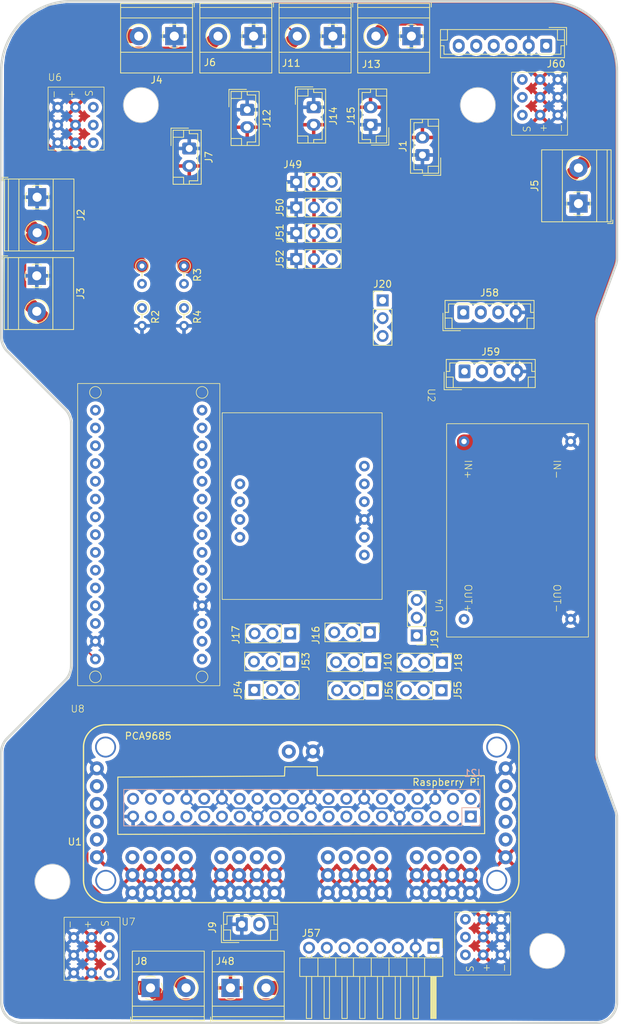
<source format=kicad_pcb>
(kicad_pcb (version 20221018) (generator pcbnew)
  (layers (0 "F.Cu" mixed) (1 "In1.Cu" mixed) (2 "In2.Cu" mixed) (31 "B.Cu" mixed) (34 "B.Paste" user) (35 "F.Paste" user) (36 "B.SilkS" user "B.Silkscreen") (37 "F.SilkS" user "F.Silkscreen") (38 "B.Mask" user) (39 "F.Mask" user) (44 "Edge.Cuts" user))
  (net 0 "")
  (net 1 "+15V")
  (net 2 "GND")
  (net 3 "NANOLCDDS")
  (net 4 "BRLOWER")
  (net 5 "NANOSDA")
  (net 6 "NANOSCL")
  (net 7 "LCDDS")
  (net 8 "PIUART_TX")
  (net 9 "PIUART_RX")
  (net 10 "PILCDDS")
  (net 11 "NANOLCDRST")
  (net 12 "LCDRST")
  (net 13 "PILCDRST")
  (net 14 "PIGPIO23")
  (net 15 "NANOLCDBL")
  (net 16 "PIGPIO24")
  (net 17 "LCDBL")
  (net 18 "PILCDBL")
  (net 19 "+3.3V")
  (net 20 "PIGPIO4")
  (net 21 "PIGPIO17")
  (net 22 "PISPI0_CS1")
  (net 23 "PIGPIO0")
  (net 24 "PIGPIO1")
  (net 25 "PIGPIO5")
  (net 26 "PIGPIO6")
  (net 27 "PIGPIO12")
  (net 28 "PIGPIO13")
  (net 29 "PISPI1_MISO")
  (net 30 "PISPI1_CS0")
  (net 31 "PIGPIO26")
  (net 32 "PISPI1_MOSI")
  (net 33 "PISPI1_SCLK")
  (net 34 "BRUPPER")
  (net 35 "PIGPIO22")
  (net 36 "PI3.3V_PWR")
  (net 37 "PIMOSI")
  (net 38 "PIMISO")
  (net 39 "PISCLK")
  (net 40 "PICE0")
  (net 41 "NANOSCK")
  (net 42 "NANO3V3OUT")
  (net 43 "NANOGPIO46")
  (net 44 "NANOA0")
  (net 45 "NANOA1")
  (net 46 "NANOA2")
  (net 47 "NANOA3")
  (net 48 "NANOA6")
  (net 49 "NANOA7")
  (net 50 "NANOVUSB")
  (net 51 "NANOGPIO0")
  (net 52 "NANOUART0TX")
  (net 53 "BRHIP")
  (net 54 "AUXSERV1")
  (net 55 "BLLOWER")
  (net 56 "BLUPPER")
  (net 57 "BLHIP")
  (net 58 "AUXSERV2")
  (net 59 "FLLOWER")
  (net 60 "FLUPPER")
  (net 61 "FLHIP")
  (net 62 "AUXSERV3")
  (net 63 "FRLOWER")
  (net 64 "FRUPPER")
  (net 65 "FRHIP")
  (net 66 "AUXSERV4")
  (net 67 "+7.5V")
  (net 68 "+VDC")
  (net 69 "+VSW")
  (net 70 "+5V")
  (net 71 "PISDA")
  (net 72 "PISCL")
  (net 73 "PCA9685SDA")
  (net 74 "PCA9685SCL")
  (net 75 "BNO055SDA")
  (net 76 "BNO055SCL")
  (net 77 "NANOUART0RX")
  (net 78 "NANORESET")
  (net 79 "NANOSONAR1TRIG")
  (net 80 "NANOSONAR1ECHO")
  (net 81 "NANOSONAR2TRIG")
  (net 82 "NANOSONAR2ECHO")
  (net 83 "NANOGPIO9")
  (net 84 "NANOGPIO10")
  (net 85 "NANOGPIO17")
  (net 86 "NANOGPIO18")
  (net 87 "NANOMISO")
  (net 88 "NANOMOSI")
  (net 89 "NANOSCLK")
  (net 90 "LCDDIN")
  (net 91 "LCDCLK")
  (net 92 "LCDCS")
  (net 100 "NANOCS")
  (footprint "Connector_PinHeader_2.54mm:PinHeader_1x03_P2.54mm_Vertical" (layer "F.Cu") (at 72.39 53.9138)
    (fp_text reference "J20")
    (fp_text value "LCDBL")
  )
  (footprint "TerminalBlock_Phoenix:TerminalBlock_Phoenix_MKDS-1,5-2-5.08_1x02_P5.08mm_Horizontal" (layer "F.Cu") (at 39.2176 152.146)
    (fp_text reference "J8")
    (fp_text value "MSTR SW")
  )
  (footprint "Connector_JST:JST_EH_B2B-EH-A_1x02_P2.50mm_Vertical" (layer "F.Cu") (at 44.7548 32.2072 -90)
    (fp_text reference "J7")
    (fp_text value "5VAUX1")
  )
  (footprint "Connector:Three_Servo_Footprint" (layer "F.Cu") (at 81.6864 139.8016 -90)
    (fp_text reference "U3" hide)
    (fp_text value "BRSERVOS")
  )
  (footprint "Connector_JST:JST_EH_B4B-EH-A_1x04_P2.50mm_Vertical" (layer "F.Cu") (at 83.9216 55.626)
    (fp_text reference "J58")
    (fp_text value "PII2CAUX")
  )
  (footprint "Connector_PinHeader_2.54mm:PinHeader_1x03_P2.54mm_Vertical" (layer "F.Cu") (at 60.0456 44.2976 90)
    (fp_text reference "J51")
    (fp_text value "AUXSRV3")
  )
  (footprint "Connector_JST:JST_EH_B4B-EH-A_1x04_P2.50mm_Vertical" (layer "F.Cu") (at 84.0924 64.0588)
    (fp_text reference "J59")
    (fp_text value "NANOI2CAUX")
  )
  (footprint "Resistor_THT:R_Axial_DIN0204_L3.6mm_D1.6mm_P2.54mm_Vertical" (layer "F.Cu") (at 38 55 -90)
    (fp_text reference "R2")
    (fp_text value "R")
  )
  (footprint "Connector_JST:JST_EH_B2B-EH-A_1x02_P2.50mm_Vertical" (layer "F.Cu") (at 53.0352 26.67 -90)
    (fp_text reference "J12")
    (fp_text value "5VAUX2")
  )
  (footprint "Connector_PinHeader_2.54mm:PinHeader_1x03_P2.54mm_Vertical" (layer "F.Cu") (at 59.0804 105.5116 -90)
    (fp_text reference "J53")
    (fp_text value "PCA9685SCL")
  )
  (footprint "Connector_JST:JST_EH_B2B-EH-A_1x02_P2.50mm_Vertical" (layer "F.Cu") (at 62.5348 26.3144 -90)
    (fp_text reference "J14")
    (fp_text value "5VAUX3")
  )
  (footprint "Connector:Three_Servo_Footprint" (layer "F.Cu") (at 33.5788 33.9344 90)
    (fp_text reference "U6")
    (fp_text value "FLSERVOS")
  )
  (footprint "Connector_PinHeader_2.54mm:PinHeader_1x03_P2.54mm_Vertical" (layer "F.Cu") (at 60.0456 40.64 90)
    (fp_text reference "J50")
    (fp_text value "AUXSRV2")
  )
  (footprint "Connector_PinHeader_2.54mm:PinHeader_1x03_P2.54mm_Vertical" (layer "F.Cu") (at 80.8078 109.6264 -90)
    (fp_text reference "J55")
    (fp_text value "LCDCLK")
  )
  (footprint "Connector_PinHeader_2.54mm:PinHeader_1x03_P2.54mm_Vertical" (layer "F.Cu") (at 59.182 101.4984 -90)
    (fp_text reference "J17")
    (fp_text value "BNO055SCL")
  )
  (footprint "Connector_PinHeader_2.54mm:PinHeader_1x03_P2.54mm_Vertical" (layer "F.Cu") (at 54.0512 109.5756 90)
    (fp_text reference "J54")
    (fp_text value "LCDDIN")
  )
  (footprint "Connector_JST:JST_EH_B2B-EH-A_1x02_P2.50mm_Vertical" (layer "F.Cu") (at 52.2624 143.0528)
    (fp_text reference "J9")
    (fp_text value "FANR")
  )
  (footprint "Connector_PinHeader_2.54mm:PinHeader_1x03_P2.54mm_Vertical" (layer "F.Cu") (at 80.8736 105.664 -90)
    (fp_text reference "J18")
    (fp_text value "LCDDS")
  )
  (footprint "TerminalBlock_Phoenix:TerminalBlock_Phoenix_MKDS-1,5-2-5.08_1x02_P5.08mm_Horizontal" (layer "F.Cu") (at 76.5048 16.1544 180)
    (fp_text reference "J13")
    (fp_text value "BUCKIN")
  )
  (footprint "TerminalBlock_Phoenix:TerminalBlock_Phoenix_MKDS-1,5-2-5.08_1x02_P5.08mm_Horizontal" (layer "F.Cu") (at 53.9496 16.1544 180)
    (fp_text reference "J6")
    (fp_text value "BATTIN")
  )
  (footprint "Module:Arduino_Nano_ESP32" (layer "F.Cu") (at 28.8036 112.776)
    (fp_text reference "U8")
    (fp_text value "~")
  )
  (footprint "Resistor_THT:R_Axial_DIN0204_L3.6mm_D1.6mm_P2.54mm_Vertical" (layer "F.Cu") (at 38 49 -90)
    (fp_text reference "R1" hide)
    (fp_text value "R")
  )
  (footprint "Connector_PinHeader_2.54mm:PinHeader_1x03_P2.54mm_Vertical" (layer "F.Cu") (at 70.5612 101.346 -90)
    (fp_text reference "J16")
    (fp_text value "BNO055SDA")
  )
  (footprint "Connector:Three_Servo_Footprint" (layer "F.Cu") (at 35.8648 152.5524 90)
    (fp_text reference "U7")
    (fp_text value "BLSERVOS")
  )
  (footprint "TerminalBlock_Phoenix:TerminalBlock_Phoenix_MKDS-1,5-2-5.08_1x02_P5.08mm_Horizontal" (layer "F.Cu") (at 100.3808 40.0812 90)
    (fp_text reference "J5")
    (fp_text value "PWR4")
  )
  (footprint "Connector_PinHeader_2.54mm:PinHeader_1x08_P2.54mm_Horizontal" (layer "F.Cu") (at 79.6544 146.4056 -90)
    (fp_text reference "J57")
    (fp_text value "LCDHEADER")
  )
  (footprint "TerminalBlock_Phoenix:TerminalBlock_Phoenix_MKDS-1,5-2-5.08_1x02_P5.08mm_Horizontal" (layer "F.Cu") (at 42.6212 16.1544 180)
    (fp_text reference "J4")
    (fp_text value "PWR3")
  )
  (footprint "Connector_PinHeader_2.54mm:PinHeader_1x03_P2.54mm_Vertical" (layer "F.Cu") (at 70.8152 105.6132 -90)
    (fp_text reference "J10")
    (fp_text value "PCA9685SDA")
  )
  (footprint "Connector:Three_Servo_Footprint" (layer "F.Cu") (at 89.8144 19.812 -90)
    (fp_text reference "U5" hide)
    (fp_text value "FRSERVOS")
  )
  (footprint "Connector_PinHeader_2.54mm:PinHeader_1x03_P2.54mm_Vertical" (layer "F.Cu") (at 77.2668 101.7882 180)
    (fp_text reference "J19")
    (fp_text value "LCDRST")
  )
  (footprint "Resistor_THT:R_Axial_DIN0204_L3.6mm_D1.6mm_P2.54mm_Vertical" (layer "F.Cu") (at 44 49 -90)
    (fp_text reference "R3")
    (fp_text value "R")
  )
  (footprint "Connector_JST:JST_EH_B6B-EH-A_1x06_P2.50mm_Vertical" (layer "F.Cu") (at 95.7688 17.526 180)
    (fp_text reference "J60")
    (fp_text value "Sonar_Connectors")
  )
  (footprint "TerminalBlock_Phoenix:TerminalBlock_Phoenix_MKDS-1,5-2-5.08_1x02_P5.08mm_Horizontal" (layer "F.Cu") (at 22.9616 50.3936 -90)
    (fp_text reference "J3")
    (fp_text value "PWR2")
  )
  (footprint "Resistor_THT:R_Axial_DIN0204_L3.6mm_D1.6mm_P2.54mm_Vertical" (layer "F.Cu") (at 44 55 -90)
    (fp_text reference "R4")
    (fp_text value "R")
  )
  (footprint "Connector_PinHeader_2.54mm:PinHeader_1x03_P2.54mm_Vertical" (layer "F.Cu") (at 60.0456 36.9824 90)
    (fp_text reference "J49")
    (fp_text value "AUXSRV1")
  )
  (footprint "TerminalBlock_Phoenix:TerminalBlock_Phoenix_MKDS-1,5-2-5.08_1x02_P5.08mm_Horizontal" (layer "F.Cu") (at 65.278 16.1544 180)
    (fp_text reference "J11")
    (fp_text value "BUCKOUT")
  )
  (footprint "Connector_JST:JST_EH_B2B-EH-A_1x02_P2.50mm_Vertical" (layer "F.Cu") (at 70.6628 28.8144 90)
    (fp_text reference "J15")
    (fp_text value "5VAUX4")
  )
  (footprint "TerminalBlock_Phoenix:TerminalBlock_Phoenix_MKDS-1,5-2-5.08_1x02_P5.08mm_Horizontal" (layer "F.Cu") (at 23.0124 39.1668 -90)
    (fp_text reference "J2")
    (fp_text value "PWR1")
  )
  (footprint "TerminalBlock_Phoenix:TerminalBlock_Phoenix_MKDS-1,5-2-5.08_1x02_P5.08mm_Horizontal" (layer "F.Cu") (at 50.6476 152.146)
    (fp_text reference "J48")
    (fp_text value "STOP SW+")
  )
  (footprint "Connector_PinHeader_2.54mm:PinHeader_1x03_P2.54mm_Vertical" (layer "F.Cu") (at 60.0456 48.006 90)
    (fp_text reference "J52")
    (fp_text value "AUXSRV4")
  )
  (footprint "Inductor_THT:DFR0831" (layer "F.Cu") (at 78.9432 71.5264 -90)
    (fp_text reference "U2")
    (fp_text value "~")
  )
  (footprint "Connector_JST:JST_EH_B2B-EH-A_1x02_P2.50mm_Vertical" (layer "F.Cu") (at 78.0796 33.1324 90)
    (fp_text reference "J1")
    (fp_text value "FANF")
  )
  (footprint "PCA9685:Adafruit PCA9685 rev C" (layer "F.Cu") (at 32.8168 136.779)
    (fp_text reference "U1")
    (fp_text value "~")
  )
  (footprint "Connector_PinHeader_2.54mm:PinHeader_1x03_P2.54mm_Vertical" (layer "F.Cu") (at 70.9676 109.6264 -90)
    (fp_text reference "J56")
    (fp_text value "LCDCS")
  )
  (footprint "Module:Adafruit BNO055" (layer "F.Cu") (at 77.396 97.9094 90)
    (fp_text reference "U4")
    (fp_text value "~")
  )
  (footprint "Connector_PinHeader_2.54mm:PinHeader_2x20_P2.54mm_Vertical" (layer "B.Cu") (at 84.9884 127.6604 90)
    (fp_text reference "J21")
    (fp_text value "Raspberry_Pi_Conn")
  )
  (gr_line (start 63.0428 121.8184) (end 86.9188 121.8184) (stroke (width 0.15)) (layer "F.SilkS"))
  (gr_line (start 58.42 120.5484) (end 63.0428 120.5484) (stroke (width 0.15)) (layer "F.SilkS"))
  (gr_line (start 34.544 130.2004) (end 34.544 122.0216) (stroke (width 0.15)) (layer "F.SilkS"))
  (gr_line (start 34.544 122.0216) (end 58.3692 121.8692) (stroke (width 0.15)) (layer "F.SilkS"))
  (gr_line (start 58.3692 121.8692) (end 58.42 120.5484) (stroke (width 0.15)) (layer "F.SilkS"))
  (gr_line (start 86.9696 130.0988) (end 34.544 130.2004) (stroke (width 0.15)) (layer "F.SilkS"))
  (gr_line (start 86.9188 121.8184) (end 86.9696 130.0988) (stroke (width 0.15)) (layer "F.SilkS"))
  (gr_line (start 63.0428 120.5484) (end 63.0428 121.8184) (stroke (width 0.15)) (layer "F.SilkS"))
  (gr_line (start 27.823422 70.977686) (end 27.791122 70.83444) (stroke (width 0.349999)) (layer "Edge.Cuts"))
  (gr_line (start 105.869306 20.669009) (end 105.881596 21.16488) (stroke (width 0.349999)) (layer "Edge.Cuts"))
  (gr_line (start 105.002911 156.286207) (end 105.105495 156.178409) (stroke (width 0.349999)) (layer "Edge.Cuts"))
  (gr_line (start 19.059668 16.455975) (end 18.840419 16.892049) (stroke (width 0.349999)) (layer "Edge.Cuts"))
  (gr_line (start 103.053636 56.195987) (end 103.037403 56.259352) (stroke (width 0.349999)) (layer "Edge.Cuts"))
  (gr_line (start 24.509869 11.750451) (end 24.05477 11.926085) (stroke (width 0.349999)) (layer "Edge.Cuts"))
  (gr_line (start 20.810536 14.093812) (end 20.468592 14.453136) (stroke (width 0.349999)) (layer "Edge.Cuts"))
  (gr_line (start 105.292921 155.949704) (end 105.377559 155.829287) (stroke (width 0.349999)) (layer "Edge.Cuts"))
  (gr_line (start 99.708424 11.926084) (end 100.15442 12.123695) (stroke (width 0.349999)) (layer "Edge.Cuts"))
  (gr_line (start 105.870159 48.125501) (end 105.875157 48.060246) (stroke (width 0.349999)) (layer "Edge.Cuts"))
  (gr_line (start 102.952656 14.093812) (end 103.294601 14.453137) (stroke (width 0.349999)) (layer "Edge.Cuts"))
  (gr_line (start 17.885287 154.313644) (end 17.89628 154.461394) (stroke (width 0.349999)) (layer "Edge.Cuts"))
  (gr_line (start 105.779439 48.640008) (end 105.795675 48.576641) (stroke (width 0.349999)) (layer "Edge.Cuts"))
  (gr_line (start 101.429593 12.844996) (end 101.830981 13.127121) (stroke (width 0.349999)) (layer "Edge.Cuts"))
  (gr_line (start 22.333599 12.844998) (end 21.932212 13.127122) (stroke (width 0.349999)) (layer "Edge.Cuts"))
  (gr_line (start 18.470275 116.780865) (end 18.385638 116.901281) (stroke (width 0.349999)) (layer "Edge.Cuts"))
  (gr_line (start 103.616945 14.827302) (end 103.919349 15.215489) (stroke (width 0.349999)) (layer "Edge.Cuts"))
  (gr_line (start 27.653236 70.417643) (end 27.593952 70.283844) (stroke (width 0.349999)) (layer "Edge.Cuts"))
  (gr_line (start 20.8816 157.164884) (end 102.881596 157.164884) (stroke (width 0.349999)) (layer "Edge.Cuts"))
  (gr_line (start 18.467173 17.793145) (end 18.313855 18.256528) (stroke (width 0.349999)) (layer "Edge.Cuts"))
  (gr_line (start 105.791119 154.896132) (end 105.823419 154.752884) (stroke (width 0.349999)) (layer "Edge.Cuts"))
  (gr_line (start 19.843844 15.215487) (end 19.56172 15.616874) (stroke (width 0.349999)) (layer "Edge.Cuts"))
  (gr_line (start 105.742821 126.954603) (end 105.722442 126.892325) (stroke (width 0.349999)) (layer "Edge.Cuts"))
  (gr_line (start 102.881596 157.164884) (end 103.030357 157.161197) (stroke (width 0.349999)) (layer "Edge.Cuts"))
  (gr_line (start 103.110636 56.008022) (end 103.090257 56.070299) (stroke (width 0.349999)) (layer "Edge.Cuts"))
  (gr_line (start 26.404906 11.274471) (end 25.92159 11.358803) (stroke (width 0.349999)) (layer "Edge.Cuts"))
  (gr_line (start 17.896284 118.269167) (end 17.885291 118.416918) (stroke (width 0.349999)) (layer "Edge.Cuts"))
  (gr_line (start 17.930537 20.176503) (end 17.893894 20.669009) (stroke (width 0.349999)) (layer "Edge.Cuts"))
  (gr_line (start 104.294261 156.811465) (end 104.42186 156.739301) (stroke (width 0.349999)) (layer "Edge.Cuts"))
  (gr_line (start 18.011279 117.693176) (end 17.972081 117.83443) (stroke (width 0.349999)) (layer "Edge.Cuts"))
  (gr_line (start 103.294601 14.453137) (end 103.616945 14.827302) (stroke (width 0.349999)) (layer "Edge.Cuts"))
  (gr_line (start 104.895113 156.388789) (end 105.002911 156.286207) (stroke (width 0.349999)) (layer "Edge.Cuts"))
  (gr_line (start 102.951466 118.748082) (end 102.952183 118.81367) (stroke (width 0.349999)) (layer "Edge.Cuts"))
  (gr_line (start 18.169248 117.283833) (end 18.109965 117.417631) (stroke (width 0.349999)) (layer "Edge.Cuts"))
  (gr_line (start 17.939777 154.752884) (end 17.972077 154.896132) (stroke (width 0.349999)) (layer "Edge.Cuts"))
  (gr_line (start 19.73355 156.936523) (end 19.87008 156.989213) (stroke (width 0.349999)) (layer "Edge.Cuts"))
  (gr_line (start 18.560995 156.06616) (end 18.657698 156.178409) (stroke (width 0.349999)) (layer "Edge.Cuts"))
  (gr_line (start 27.593959 107.36224) (end 27.653243 107.22844) (stroke (width 0.349999)) (layer "Edge.Cuts"))
  (gr_line (start 103.893112 156.989213) (end 104.029641 156.936523) (stroke (width 0.349999)) (layer "Edge.Cuts"))
  (gr_line (start 20.150349 157.074407) (end 20.293596 157.106707) (stroke (width 0.349999)) (layer "Edge.Cuts"))
  (gr_line (start 101.015824 12.583491) (end 101.429593 12.844996) (stroke (width 0.349999)) (layer "Edge.Cuts"))
  (gr_line (start 18.109962 155.312932) (end 18.169245 155.446732) (stroke (width 0.349999)) (layer "Edge.Cuts"))
  (gr_line (start 105.83602 127.335558) (end 105.823969 127.271312) (stroke (width 0.349999)) (layer "Edge.Cuts"))
  (gr_line (start 21.544026 13.429526) (end 21.16986 13.751869) (stroke (width 0.349999)) (layer "Edge.Cuts"))
  (gr_line (start 105.580006 18.727376) (end 105.687673 19.204867) (stroke (width 0.349999)) (layer "Edge.Cuts"))
  (gr_line (start 18.868079 156.388789) (end 18.980328 156.485492) (stroke (width 0.349999)) (layer "Edge.Cuts"))
  (gr_line (start 27.791127 106.811637) (end 27.823427 106.668389) (stroke (width 0.349999)) (layer "Edge.Cuts"))
  (gr_line (start 18.307187 117.025412) (end 18.235023 117.153011) (stroke (width 0.349999)) (layer "Edge.Cuts"))
  (gr_line (start 105.779443 127.080291) (end 105.761823 127.017265) (stroke (width 0.349999)) (layer "Edge.Cuts"))
  (gr_line (start 105.881596 127.856504) (end 105.880879 127.790922) (stroke (width 0.349999)) (layer "Edge.Cuts"))
  (gr_line (start 103.030357 157.161197) (end 103.178108 157.150204) (stroke (width 0.349999)) (layer "Edge.Cuts"))
  (gr_circle (center 37.846 26) (end 40.346 26) (stroke (width 0.1)) (fill none) (layer "Edge.Cuts"))
  (gr_line (start 102.986396 119.204568) (end 102.997046 119.269065) (stroke (width 0.349999)) (layer "Edge.Cuts"))
  (gr_line (start 18.560996 116.66441) (end 18.470275 116.780865) (stroke (width 0.349999)) (layer "Edge.Cuts"))
  (gr_line (start 17.972077 154.896132) (end 18.011276 155.037386) (stroke (width 0.349999)) (layer "Edge.Cuts"))
  (gr_line (start 20.009095 157.035208) (end 20.150349 157.074407) (stroke (width 0.349999)) (layer "Edge.Cuts"))
  (gr_line (start 105.105495 156.178409) (end 105.202199 156.06616) (stroke (width 0.349999)) (layer "Edge.Cuts"))
  (gr_line (start 105.82397 48.448981) (end 105.836021 48.384733) (stroke (width 0.349999)) (layer "Edge.Cuts"))
  (gr_line (start 17.8816 59.0804) (end 17.885287 59.229158) (stroke (width 0.349999)) (layer "Edge.Cuts"))
  (gr_line (start 105.722442 126.892325) (end 105.700688 126.830457) (stroke (width 0.349999)) (layer "Edge.Cuts"))
  (gr_line (start 27.45602 107.620664) (end 27.528184 107.493063) (stroke (width 0.349999)) (layer "Edge.Cuts"))
  (gr_line (start 18.980328 156.485492) (end 19.096784 156.576213) (stroke (width 0.349999)) (layer "Edge.Cuts"))
  (gr_line (start 19.87008 156.989213) (end 20.009095 157.035208) (stroke (width 0.349999)) (layer "Edge.Cuts"))
  (gr_line (start 105.877909 154.313644) (end 105.881596 154.164884) (stroke (width 0.349999)) (layer "Edge.Cuts"))
  (gr_line (start 17.885291 118.416918) (end 17.881604 118.565679) (stroke (width 0.349999)) (layer "Edge.Cuts"))
  (gr_line (start 105.795675 48.576641) (end 105.81052 48.512958) (stroke (width 0.349999)) (layer "Edge.Cuts"))
  (gr_line (start 105.653234 155.312932) (end 105.705925 155.176402) (stroke (width 0.349999)) (layer "Edge.Cuts"))
  (gr_line (start 105.846669 127.400052) (end 105.83602 127.335558) (stroke (width 0.349999)) (layer "Edge.Cuts"))
  (gr_line (start 105.855911 127.464769) (end 105.846669 127.400052) (stroke (width 0.349999)) (layer "Edge.Cuts"))
  (gr_line (start 18.109962 60.228436) (end 18.169246 60.362235) (stroke (width 0.349999)) (layer "Edge.Cuts"))
  (gr_line (start 105.878731 127.725426) (end 105.875156 127.66004) (stroke (width 0.349999)) (layer "Edge.Cuts"))
  (gr_line (start 18.642808 17.338045) (end 18.467173 17.793145) (stroke (width 0.349999)) (layer "Edge.Cuts"))
  (gr_line (start 103.071256 119.587377) (end 103.090262 119.650044) (stroke (width 0.349999)) (layer "Edge.Cuts"))
  (gr_line (start 18.470273 155.949704) (end 18.560995 156.06616) (stroke (width 0.349999)) (layer "Edge.Cuts"))
  (gr_line (start 105.81052 48.512958) (end 105.82397 48.448981) (stroke (width 0.349999)) (layer "Edge.Cuts"))
  (gr_line (start 27.377561 69.901292) (end 27.292923 69.780875) (stroke (width 0.349999)) (layer "Edge.Cuts"))
  (gr_line (start 18.657701 61.09391) (end 18.760285 61.201707) (stroke (width 0.349999)) (layer "Edge.Cuts"))
  (gr_line (start 18.183193 18.727375) (end 18.075526 19.204867) (stroke (width 0.349999)) (layer "Edge.Cuts"))
  (gr_line (start 102.997062 56.451252) (end 102.986415 56.515744) (stroke (width 0.349999)) (layer "Edge.Cuts"))
  (gr_line (start 27.881599 71.565683) (end 27.877912 71.416924) (stroke (width 0.349999)) (layer "Edge.Cuts"))
  (gr_line (start 102.977174 56.58046) (end 102.969344 56.645378) (stroke (width 0.349999)) (layer "Edge.Cuts"))
  (gr_line (start 103.02255 119.397294) (end 103.037396 119.460979) (stroke (width 0.349999)) (layer "Edge.Cuts"))
  (gr_line (start 27.751929 106.952892) (end 27.791127 106.811637) (stroke (width 0.349999)) (layer "Edge.Cuts"))
  (gr_line (start 17.972081 117.83443) (end 17.939781 117.977677) (stroke (width 0.349999)) (layer "Edge.Cuts"))
  (gr_line (start 19.300215 16.030644) (end 19.059668 16.455975) (stroke (width 0.349999)) (layer "Edge.Cuts"))
  (gr_line (start 103.037396 119.460979) (end 103.053633 119.524348) (stroke (width 0.349999)) (layer "Edge.Cuts"))
  (gr_line (start 17.893894 20.669009) (end 17.881604 21.16488) (stroke (width 0.349999)) (layer "Edge.Cuts"))
  (gr_circle (center 86 26) (end 88.5 26) (stroke (width 0.1)) (fill none) (layer "Edge.Cuts"))
  (gr_line (start 105.377559 155.829287) (end 105.456011 155.705155) (stroke (width 0.349999)) (layer "Edge.Cuts"))
  (gr_line (start 103.090257 56.070299) (end 103.071256 56.132962) (stroke (width 0.349999)) (layer "Edge.Cuts"))
  (gr_line (start 97.358291 11.274471) (end 97.841606 11.358802) (stroke (width 0.349999)) (layer "Edge.Cuts"))
  (gr_line (start 105.823969 127.271312) (end 105.81052 127.207337) (stroke (width 0.349999)) (layer "Edge.Cuts"))
  (gr_line (start 18.169245 155.446732) (end 18.23502 155.577555) (stroke (width 0.349999)) (layer "Edge.Cuts"))
  (gr_line (start 18.313855 18.256528) (end 18.183193 18.727375) (stroke (width 0.349999)) (layer "Edge.Cuts"))
  (gr_line (start 21.16986 13.751869) (end 20.810536 14.093812) (stroke (width 0.349999)) (layer "Edge.Cuts"))
  (gr_line (start 105.449343 18.256529) (end 105.580006 18.727376) (stroke (width 0.349999)) (layer "Edge.Cuts"))
  (gr_line (start 27.202201 69.664419) (end 27.105498 69.552169) (stroke (width 0.349999)) (layer "Edge.Cuts"))
  (gr_line (start 18.011276 155.037386) (end 18.057271 155.176402) (stroke (width 0.349999)) (layer "Edge.Cuts"))
  (gr_line (start 105.687673 19.204867) (end 105.772005 19.688183) (stroke (width 0.349999)) (layer "Edge.Cuts"))
  (gr_line (start 100.590493 12.342944) (end 101.015824 12.583491) (stroke (width 0.349999)) (layer "Edge.Cuts"))
  (gr_line (start 18.760281 156.286207) (end 18.868079 156.388789) (stroke (width 0.349999)) (layer "Edge.Cuts"))
  (gr_line (start 102.962929 56.710474) (end 102.957932 56.775725) (stroke (width 0.349999)) (layer "Edge.Cuts"))
  (gr_line (start 26.893226 11.213813) (end 26.404906 11.274471) (stroke (width 0.349999)) (layer "Edge.Cuts"))
  (gr_line (start 105.761823 127.017265) (end 105.742821 126.954603) (stroke (width 0.349999)) (layer "Edge.Cuts"))
  (gr_line (start 102.962904 119.00982) (end 102.969321 119.074922) (stroke (width 0.349999)) (layer "Edge.Cuts"))
  (gr_line (start 27.791122 70.83444) (end 27.751923 70.693187) (stroke (width 0.349999)) (layer "Edge.Cuts"))
  (gr_line (start 105.863742 127.529689) (end 105.855911 127.464769) (stroke (width 0.349999)) (layer "Edge.Cuts"))
  (gr_line (start 96.377467 11.17717) (end 96.869972 11.213813) (stroke (width 0.349999)) (layer "Edge.Cuts"))
  (gr_line (start 20.43859 157.132007) (end 20.585087 157.150204) (stroke (width 0.349999)) (layer "Edge.Cuts"))
  (gr_line (start 27.377568 107.744795) (end 27.45602 107.620664) (stroke (width 0.349999)) (layer "Edge.Cuts"))
  (gr_line (start 17.972077 59.81164) (end 18.011276 59.952893) (stroke (width 0.349999)) (layer "Edge.Cuts"))
  (gr_line (start 105.700673 48.889852) (end 105.72243 48.827981) (stroke (width 0.349999)) (layer "Edge.Cuts"))
  (gr_line (start 27.848726 106.523393) (end 27.866923 106.376896) (stroke (width 0.349999)) (layer "Edge.Cuts"))
  (gr_line (start 18.385638 116.901281) (end 18.307187 117.025412) (stroke (width 0.349999)) (layer "Edge.Cuts"))
  (gr_line (start 27.29293 107.865213) (end 27.377568 107.744795) (stroke (width 0.349999)) (layer "Edge.Cuts"))
  (gr_line (start 20.732838 157.161197) (end 20.8816 157.164884) (stroke (width 0.349999)) (layer "Edge.Cuts"))
  (gr_line (start 18.057271 155.176402) (end 18.109962 155.312932) (stroke (width 0.349999)) (layer "Edge.Cuts"))
  (gr_line (start 102.986415 56.515744) (end 102.977174 56.58046) (stroke (width 0.349999)) (layer "Edge.Cuts"))
  (gr_line (start 105.772005 19.688183) (end 105.832663 20.176503) (stroke (width 0.349999)) (layer "Edge.Cuts"))
  (gr_line (start 19.599752 156.877239) (end 19.73355 156.936523) (stroke (width 0.349999)) (layer "Edge.Cuts"))
  (gr_line (start 104.029641 156.936523) (end 104.163439 156.877239) (stroke (width 0.349999)) (layer "Edge.Cuts"))
  (gr_line (start 18.560997 60.98166) (end 18.657701 61.09391) (stroke (width 0.349999)) (layer "Edge.Cuts"))
  (gr_line (start 20.146248 14.827301) (end 19.843844 15.215487) (stroke (width 0.349999)) (layer "Edge.Cuts"))
  (gr_line (start 17.914477 59.523401) (end 17.939777 59.668394) (stroke (width 0.349999)) (layer "Edge.Cuts"))
  (gr_line (start 18.470275 60.865204) (end 18.560997 60.98166) (stroke (width 0.349999)) (layer "Edge.Cuts"))
  (gr_line (start 27.528177 70.153022) (end 27.456013 70.025422) (stroke (width 0.349999)) (layer "Edge.Cuts"))
  (gr_line (start 95.881596 11.16488) (end 96.377467 11.17717) (stroke (width 0.349999)) (layer "Edge.Cuts"))
  (gr_line (start 97.841606 11.358802) (end 98.319097 11.466469) (stroke (width 0.349999)) (layer "Edge.Cuts"))
  (gr_line (start 27.593952 70.283844) (end 27.528177 70.153022) (stroke (width 0.349999)) (layer "Edge.Cuts"))
  (gr_line (start 105.75192 155.037386) (end 105.791119 154.896132) (stroke (width 0.349999)) (layer "Edge.Cuts"))
  (gr_line (start 17.881604 118.565679) (end 17.8816 154.164884) (stroke (width 0.349999)) (layer "Edge.Cuts"))
  (gr_line (start 27.528184 107.493063) (end 27.593959 107.36224) (stroke (width 0.349999)) (layer "Edge.Cuts"))
  (gr_line (start 103.037403 56.259352) (end 103.022561 56.323033) (stroke (width 0.349999)) (layer "Edge.Cuts"))
  (gr_line (start 105.866916 154.461394) (end 105.877909 154.313644) (stroke (width 0.349999)) (layer "Edge.Cuts"))
  (gr_line (start 18.307184 155.705155) (end 18.385636 155.829287) (stroke (width 0.349999)) (layer "Edge.Cuts"))
  (gr_line (start 102.977153 119.139846) (end 102.986396 119.204568) (stroke (width 0.349999)) (layer "Edge.Cuts"))
  (gr_line (start 103.110646 119.712325) (end 103.132405 119.774198) (stroke (width 0.349999)) (layer "Edge.Cuts"))
  (gr_line (start 105.84667 48.320239) (end 105.855912 48.25552) (stroke (width 0.349999)) (layer "Edge.Cuts"))
  (gr_line (start 18.760281 116.444364) (end 18.657698 116.552161) (stroke (width 0.349999)) (layer "Edge.Cuts"))
  (gr_line (start 17.939781 117.977677) (end 17.914481 118.122671) (stroke (width 0.349999)) (layer "Edge.Cuts"))
  (gr_line (start 21.932212 13.127122) (end 21.544026 13.429526) (stroke (width 0.349999)) (layer "Edge.Cuts"))
  (gr_line (start 20.585087 157.150204) (end 20.732838 157.161197) (stroke (width 0.349999)) (layer "Edge.Cuts"))
  (gr_line (start 24.973252 11.597132) (end 24.509869 11.750451) (stroke (width 0.349999)) (layer "Edge.Cuts"))
  (gr_line (start 24.05477 11.926085) (end 23.608774 12.123697) (stroke (width 0.349999)) (layer "Edge.Cuts"))
  (gr_line (start 19.341331 156.739301) (end 19.46893 156.811465) (stroke (width 0.349999)) (layer "Edge.Cuts"))
  (gr_line (start 105.875157 48.060246) (end 105.878732 47.99486) (stroke (width 0.349999)) (layer "Edge.Cuts"))
  (gr_line (start 102.951497 56.972181) (end 102.951466 118.74809) (stroke (width 0.349999)) (layer "Edge.Cuts"))
  (gr_line (start 18.235023 117.153011) (end 18.169248 117.283833) (stroke (width 0.349999)) (layer "Edge.Cuts"))
  (gr_line (start 18.760285 61.201707) (end 27.00292 69.44436) (stroke (width 0.349999)) (layer "Edge.Cuts"))
  (gr_line (start 17.885287 59.229158) (end 17.89628 59.376907) (stroke (width 0.349999)) (layer "Edge.Cuts"))
  (gr_line (start 105.59395 155.446732) (end 105.653234 155.312932) (stroke (width 0.349999)) (layer "Edge.Cuts"))
  (gr_line (start 105.880879 47.929364) (end 105.881596 47.863782) (stroke (width 0.349999)) (layer "Edge.Cuts"))
  (gr_line (start 102.219167 13.429524) (end 102.593332 13.751868) (stroke (width 0.349999)) (layer "Edge.Cuts"))
  (gr_line (start 27.705927 70.554172) (end 27.653236 70.417643) (stroke (width 0.349999)) (layer "Edge.Cuts"))
  (gr_line (start 98.319097 11.466469) (end 98.789943 11.597131) (stroke (width 0.349999)) (layer "Edge.Cuts"))
  (gr_line (start 105.202199 156.06616) (end 105.292921 155.949704) (stroke (width 0.349999)) (layer "Edge.Cuts"))
  (gr_line (start 27.881603 11.16488) (end 27.385732 11.17717) (stroke (width 0.349999)) (layer "Edge.Cuts"))
  (gr_line (start 17.89628 154.461394) (end 17.914477 154.60789) (stroke (width 0.349999)) (layer "Edge.Cuts"))
  (gr_line (start 27.751923 70.693187) (end 27.705927 70.554172) (stroke (width 0.349999)) (layer "Edge.Cuts"))
  (gr_line (start 105.72243 48.827981) (end 105.742813 48.765701) (stroke (width 0.349999)) (layer "Edge.Cuts"))
  (gr_line (start 102.957932 56.775725) (end 102.954359 56.841109) (stroke (width 0.349999)) (layer "Edge.Cuts"))
  (gr_line (start 102.954359 56.841109) (end 102.952212 56.906601) (stroke (width 0.349999)) (layer "Edge.Cuts"))
  (gr_line (start 102.954331 118.879171) (end 102.957906 118.944562) (stroke (width 0.349999)) (layer "Edge.Cuts"))
  (gr_line (start 27.653243 107.22844) (end 27.705933 107.091909) (stroke (width 0.349999)) (layer "Edge.Cuts"))
  (gr_line (start 27.877915 106.229143) (end 27.881601 106.080381) (stroke (width 0.349999)) (layer "Edge.Cuts"))
  (gr_line (start 105.120389 17.338047) (end 105.296024 17.793146) (stroke (width 0.349999)) (layer "Edge.Cuts"))
  (gr_line (start 105.848719 154.60789) (end 105.866916 154.461394) (stroke (width 0.349999)) (layer "Edge.Cuts"))
  (gr_circle (center 95.9104 146.8628) (end 98.4104 146.8628) (stroke (width 0.1)) (fill none) (layer "Edge.Cuts"))
  (gr_line (start 105.528175 155.577555) (end 105.59395 155.446732) (stroke (width 0.349999)) (layer "Edge.Cuts"))
  (gr_line (start 102.593332 13.751868) (end 102.952656 14.093812) (stroke (width 0.349999)) (layer "Edge.Cuts"))
  (gr_line (start 103.13239 55.946153) (end 103.110636 56.008022) (stroke (width 0.349999)) (layer "Edge.Cuts"))
  (gr_line (start 18.760281 116.444364) (end 27.00292 108.201719) (stroke (width 0.349999)) (layer "Edge.Cuts"))
  (gr_line (start 104.462979 16.030645) (end 104.703527 16.455977) (stroke (width 0.349999)) (layer "Edge.Cuts"))
  (gr_line (start 18.657698 116.552161) (end 18.560996 116.66441) (stroke (width 0.349999)) (layer "Edge.Cuts"))
  (gr_line (start 96.869972 11.213813) (end 97.358291 11.274471) (stroke (width 0.349999)) (layer "Edge.Cuts"))
  (gr_line (start 27.881599 106.080396) (end 27.881599 71.565683) (stroke (width 0.349999)) (layer "Edge.Cuts"))
  (gr_line (start 105.875156 127.66004) (end 105.870159 127.594787) (stroke (width 0.349999)) (layer "Edge.Cuts"))
  (gr_line (start 18.657698 156.178409) (end 18.760281 156.286207) (stroke (width 0.349999)) (layer "Edge.Cuts"))
  (gr_line (start 103.009099 119.333315) (end 103.02255 119.397294) (stroke (width 0.349999)) (layer "Edge.Cuts"))
  (gr_line (start 27.705933 107.091909) (end 27.751929 106.952892) (stroke (width 0.349999)) (layer "Edge.Cuts"))
  (gr_line (start 105.296024 17.793146) (end 105.449343 18.256529) (stroke (width 0.349999)) (layer "Edge.Cuts"))
  (gr_line (start 18.109965 117.417631) (end 18.057275 117.554161) (stroke (width 0.349999)) (layer "Edge.Cuts"))
  (gr_line (start 104.201473 15.616876) (end 104.462979 16.030645) (stroke (width 0.349999)) (layer "Edge.Cuts"))
  (gr_line (start 18.385636 155.829287) (end 18.470273 155.949704) (stroke (width 0.349999)) (layer "Edge.Cuts"))
  (gr_line (start 17.8816 154.164884) (end 17.885287 154.313644) (stroke (width 0.349999)) (layer "Edge.Cuts"))
  (gr_line (start 27.848722 71.12268) (end 27.823422 70.977686) (stroke (width 0.349999)) (layer "Edge.Cuts"))
  (gr_line (start 102.969321 119.074922) (end 102.977153 119.139846) (stroke (width 0.349999)) (layer "Edge.Cuts"))
  (gr_line (start 105.836021 48.384733) (end 105.84667 48.320239) (stroke (width 0.349999)) (layer "Edge.Cuts"))
  (gr_line (start 27.823427 106.668389) (end 27.848726 106.523393) (stroke (width 0.349999)) (layer "Edge.Cuts"))
  (gr_line (start 104.163439 156.877239) (end 104.294261 156.811465) (stroke (width 0.349999)) (layer "Edge.Cuts"))
  (gr_line (start 17.914477 154.60789) (end 17.939777 154.752884) (stroke (width 0.349999)) (layer "Edge.Cuts"))
  (gr_line (start 18.23502 155.577555) (end 18.307184 155.705155) (stroke (width 0.349999)) (layer "Edge.Cuts"))
  (gr_line (start 27.866919 71.269174) (end 27.848722 71.12268) (stroke (width 0.349999)) (layer "Edge.Cuts"))
  (gr_line (start 25.92159 11.358803) (end 25.444099 11.46647) (stroke (width 0.349999)) (layer "Edge.Cuts"))
  (gr_line (start 27.105504 108.09392) (end 27.202208 107.98167) (stroke (width 0.349999)) (layer "Edge.Cuts"))
  (gr_line (start 104.782863 156.485492) (end 104.895113 156.388789) (stroke (width 0.349999)) (layer "Edge.Cuts"))
  (gr_line (start 20.293596 157.106707) (end 20.43859 157.132007) (stroke (width 0.349999)) (layer "Edge.Cuts"))
  (gr_line (start 18.057271 60.091907) (end 18.109962 60.228436) (stroke (width 0.349999)) (layer "Edge.Cuts"))
  (gr_line (start 105.832663 20.176503) (end 105.869306 20.669009) (stroke (width 0.349999)) (layer "Edge.Cuts"))
  (gr_line (start 18.011276 59.952893) (end 18.057271 60.091907) (stroke (width 0.349999)) (layer "Edge.Cuts"))
  (gr_line (start 18.169246 60.362235) (end 18.235021 60.493057) (stroke (width 0.349999)) (layer "Edge.Cuts"))
  (gr_line (start 18.840419 16.892049) (end 18.642808 17.338045) (stroke (width 0.349999)) (layer "Edge.Cuts"))
  (gr_line (start 19.096784 156.576213) (end 19.2172 156.66085) (stroke (width 0.349999)) (layer "Edge.Cuts"))
  (gr_line (start 18.235021 60.493057) (end 18.307185 60.620656) (stroke (width 0.349999)) (layer "Edge.Cuts"))
  (gr_line (start 103.469598 157.106707) (end 103.612844 157.074407) (stroke (width 0.349999)) (layer "Edge.Cuts"))
  (gr_line (start 19.56172 15.616874) (end 19.300215 16.030644) (stroke (width 0.349999)) (layer "Edge.Cuts"))
  (gr_line (start 103.071256 56.132962) (end 103.053636 56.195987) (stroke (width 0.349999)) (layer "Edge.Cuts"))
  (gr_line (start 27.456013 70.025422) (end 27.377561 69.901292) (stroke (width 0.349999)) (layer "Edge.Cuts"))
  (gr_line (start 103.022561 56.323033) (end 103.009112 56.387007) (stroke (width 0.349999)) (layer "Edge.Cuts"))
  (gr_line (start 23.1727 12.342946) (end 22.747369 12.583493) (stroke (width 0.349999)) (layer "Edge.Cuts"))
  (gr_line (start 27.00292 108.201719) (end 27.105504 108.09392) (stroke (width 0.349999)) (layer "Edge.Cuts"))
  (gr_line (start 103.13239 55.946153) (end 105.700673 48.889852) (stroke (width 0.349999)) (layer "Edge.Cuts"))
  (gr_line (start 105.881596 154.164884) (end 105.881596 127.856504) (stroke (width 0.349999)) (layer "Edge.Cuts"))
  (gr_line (start 105.878732 47.99486) (end 105.880879 47.929364) (stroke (width 0.349999)) (layer "Edge.Cuts"))
  (gr_line (start 103.053633 119.524348) (end 103.071256 119.587377) (stroke (width 0.349999)) (layer "Edge.Cuts"))
  (gr_line (start 105.823419 154.752884) (end 105.848719 154.60789) (stroke (width 0.349999)) (layer "Edge.Cuts"))
  (gr_line (start 27.105498 69.552169) (end 27.002914 69.444371) (stroke (width 0.349999)) (layer "Edge.Cuts"))
  (gr_line (start 17.991194 19.688182) (end 17.930537 20.176503) (stroke (width 0.349999)) (layer "Edge.Cuts"))
  (gr_line (start 103.754097 157.035208) (end 103.893112 156.989213) (stroke (width 0.349999)) (layer "Edge.Cuts"))
  (gr_line (start 19.2172 156.66085) (end 19.341331 156.739301) (stroke (width 0.349999)) (layer "Edge.Cuts"))
  (gr_line (start 27.202208 107.98167) (end 27.29293 107.865213) (stroke (width 0.349999)) (layer "Edge.Cuts"))
  (gr_line (start 102.952183 118.81367) (end 102.954331 118.879171) (stroke (width 0.349999)) (layer "Edge.Cuts"))
  (gr_line (start 105.742813 48.765701) (end 105.761818 48.703036) (stroke (width 0.349999)) (layer "Edge.Cuts"))
  (gr_line (start 22.747369 12.583493) (end 22.333599 12.844998) (stroke (width 0.349999)) (layer "Edge.Cuts"))
  (gr_line (start 18.385637 60.744787) (end 18.470275 60.865204) (stroke (width 0.349999)) (layer "Edge.Cuts"))
  (gr_line (start 104.666407 156.576213) (end 104.782863 156.485492) (stroke (width 0.349999)) (layer "Edge.Cuts"))
  (gr_line (start 104.703527 16.455977) (end 104.922776 16.89205) (stroke (width 0.349999)) (layer "Edge.Cuts"))
  (gr_line (start 27.866923 106.376896) (end 27.877915 106.229143) (stroke (width 0.349999)) (layer "Edge.Cuts"))
  (gr_line (start 100.15442 12.123695) (end 100.590493 12.342944) (stroke (width 0.349999)) (layer "Edge.Cuts"))
  (gr_line (start 105.705925 155.176402) (end 105.75192 155.037386) (stroke (width 0.349999)) (layer "Edge.Cuts"))
  (gr_line (start 105.855912 48.25552) (end 105.863743 48.190599) (stroke (width 0.349999)) (layer "Edge.Cuts"))
  (gr_line (start 102.957906 118.944562) (end 102.962904 119.00982) (stroke (width 0.349999)) (layer "Edge.Cuts"))
  (gr_line (start 102.997046 119.269065) (end 103.009099 119.333315) (stroke (width 0.349999)) (layer "Edge.Cuts"))
  (gr_line (start 27.877912 71.416924) (end 27.866919 71.269174) (stroke (width 0.349999)) (layer "Edge.Cuts"))
  (gr_line (start 17.89628 59.376907) (end 17.914477 59.523401) (stroke (width 0.349999)) (layer "Edge.Cuts"))
  (gr_line (start 25.444099 11.46647) (end 24.973252 11.597132) (stroke (width 0.349999)) (layer "Edge.Cuts"))
  (gr_line (start 23.608774 12.123697) (end 23.1727 12.342946) (stroke (width 0.349999)) (layer "Edge.Cuts"))
  (gr_line (start 105.761818 48.703036) (end 105.779439 48.640008) (stroke (width 0.349999)) (layer "Edge.Cuts"))
  (gr_circle (center 25.1968 136.9676) (end 27.6968 136.9676) (stroke (width 0.1)) (fill none) (layer "Edge.Cuts"))
  (gr_line (start 105.880879 127.790922) (end 105.878731 127.725426) (stroke (width 0.349999)) (layer "Edge.Cuts"))
  (gr_line (start 103.178108 157.150204) (end 103.324604 157.132007) (stroke (width 0.349999)) (layer "Edge.Cuts"))
  (gr_line (start 17.881604 21.16488) (end 17.8816 59.0804) (stroke (width 0.349999)) (layer "Edge.Cuts"))
  (gr_line (start 18.075526 19.204867) (end 17.991194 19.688182) (stroke (width 0.349999)) (layer "Edge.Cuts"))
  (gr_line (start 19.46893 156.811465) (end 19.599752 156.877239) (stroke (width 0.349999)) (layer "Edge.Cuts"))
  (gr_line (start 17.939777 59.668394) (end 17.972077 59.81164) (stroke (width 0.349999)) (layer "Edge.Cuts"))
  (gr_line (start 99.253325 11.750449) (end 99.708424 11.926084) (stroke (width 0.349999)) (layer "Edge.Cuts"))
  (gr_line (start 27.385732 11.17717) (end 26.893226 11.213813) (stroke (width 0.349999)) (layer "Edge.Cuts"))
  (gr_line (start 104.42186 156.739301) (end 104.545991 156.66085) (stroke (width 0.349999)) (layer "Edge.Cuts"))
  (gr_line (start 103.090262 119.650044) (end 103.110646 119.712325) (stroke (width 0.349999)) (layer "Edge.Cuts"))
  (gr_line (start 98.789943 11.597131) (end 99.253325 11.750449) (stroke (width 0.349999)) (layer "Edge.Cuts"))
  (gr_line (start 105.881596 21.16488) (end 105.881596 47.86379) (stroke (width 0.349999)) (layer "Edge.Cuts"))
  (gr_line (start 104.922776 16.89205) (end 105.120389 17.338047) (stroke (width 0.349999)) (layer "Edge.Cuts"))
  (gr_line (start 27.292923 69.780875) (end 27.202201 69.664419) (stroke (width 0.349999)) (layer "Edge.Cuts"))
  (gr_line (start 103.612844 157.074407) (end 103.754097 157.035208) (stroke (width 0.349999)) (layer "Edge.Cuts"))
  (gr_line (start 17.914481 118.122671) (end 17.896284 118.269167) (stroke (width 0.349999)) (layer "Edge.Cuts"))
  (gr_line (start 18.057275 117.554161) (end 18.011279 117.693176) (stroke (width 0.349999)) (layer "Edge.Cuts"))
  (gr_line (start 18.307185 60.620656) (end 18.385637 60.744787) (stroke (width 0.349999)) (layer "Edge.Cuts"))
  (gr_line (start 105.863743 48.190599) (end 105.870159 48.125501) (stroke (width 0.349999)) (layer "Edge.Cuts"))
  (gr_line (start 105.81052 127.207337) (end 105.795676 127.143656) (stroke (width 0.349999)) (layer "Edge.Cuts"))
  (gr_line (start 103.919349 15.215489) (end 104.201473 15.616876) (stroke (width 0.349999)) (layer "Edge.Cuts"))
  (gr_line (start 103.132405 119.774198) (end 105.700673 126.830442) (stroke (width 0.349999)) (layer "Edge.Cuts"))
  (gr_line (start 105.870159 127.594787) (end 105.863742 127.529689) (stroke (width 0.349999)) (layer "Edge.Cuts"))
  (gr_line (start 20.468592 14.453136) (end 20.146248 14.827301) (stroke (width 0.349999)) (layer "Edge.Cuts"))
  (gr_line (start 103.324604 157.132007) (end 103.469598 157.106707) (stroke (width 0.349999)) (layer "Edge.Cuts"))
  (gr_line (start 105.456011 155.705155) (end 105.528175 155.577555) (stroke (width 0.349999)) (layer "Edge.Cuts"))
  (gr_line (start 104.545991 156.66085) (end 104.666407 156.576213) (stroke (width 0.349999)) (layer "Edge.Cuts"))
  (gr_line (start 101.830981 13.127121) (end 102.219167 13.429524) (stroke (width 0.349999)) (layer "Edge.Cuts"))
  (gr_line (start 27.881599 11.16488) (end 95.881596 11.16488) (stroke (width 0.349999)) (layer "Edge.Cuts"))
  (gr_line (start 105.795676 127.143656) (end 105.779443 127.080291) (stroke (width 0.349999)) (layer "Edge.Cuts"))
  (gr_line (start 102.969344 56.645378) (end 102.962929 56.710474) (stroke (width 0.349999)) (layer "Edge.Cuts"))
  (gr_line (start 103.009112 56.387007) (end 102.997062 56.451252) (stroke (width 0.349999)) (layer "Edge.Cuts"))
  (gr_line (start 102.952212 56.906601) (end 102.951497 56.972181) (stroke (width 0.349999)) (layer "Edge.Cuts"))
  (gr_text "Raspberry Pi" (at 76.5556 123.3424) (layer "F.SilkS") (effects (font (size 1 1)) (justify left bottom)))
  (gr_text "PCA9685" (at 35.4584 116.7384) (layer "F.SilkS") (effects (font (size 1 1)) (justify left bottom)))
  (segment (start 97.2712 13.6544) (end 102.87 19.2532) (width 2) (layer "F.Cu") (net 1))
  (segment (start 87.3252 88.8492) (end 84.0232 85.5472) (width 2) (layer "F.Cu") (net 1))
  (segment (start 91.0844 74.0664) (end 84.0232 74.0664) (width 2) (layer "F.Cu") (net 1))
  (segment (start 36.1188 152.146) (end 39.2176 152.146) (width 2) (layer "F.Cu") (net 1))
  (segment (start 19.8628 24.0284) (end 19.8628 41.0972) (width 2) (layer "F.Cu") (net 1))
  (segment (start 36.322 104.17833) (end 20.1676 120.33273) (width 2) (layer "F.Cu") (net 1))
  (segment (start 34.5948 153.67) (end 36.1188 152.146) (width 2) (layer "F.Cu") (net 1))
  (segment (start 39.2176 152.146) (end 41.7176 154.646) (width 2) (layer "F.Cu") (net 1))
  (segment (start 96.3676 39.0144) (end 96.3676 68.7832) (width 2) (layer "F.Cu") (net 1))
  (segment (start 22.9616 55.4736) (end 36.322 68.834) (width 2) (layer "F.Cu") (net 1))
  (segment (start 101.8032 120.7516) (end 87.3252 106.2736) (width 2) (layer "F.Cu") (net 1))
  (segment (start 102.87 32.512) (end 100.3808 35.0012) (width 2) (layer "F.Cu") (net 1))
  (segment (start 102.87 19.2532) (end 102.87 32.512) (width 2) (layer "F.Cu") (net 1))
  (segment (start 27.7368 16.1544) (end 19.8628 24.0284) (width 2) (layer "F.Cu") (net 1))
  (segment (start 84.0232 85.5472) (end 84.0232 74.0664) (width 2) (layer "F.Cu") (net 1))
  (segment (start 23.0124 44.2468) (end 33.2468 44.2468) (width 2) (layer "F.Cu") (net 1))
  (segment (start 103.1748 128.20334) (end 101.8032 126.83174) (width 2) (layer "F.Cu") (net 1))
  (segment (start 71.4248 16.1544) (end 73.9248 13.6544) (width 2) (layer "F.Cu") (net 1))
  (segment (start 100.3808 35.0012) (end 96.3676 39.0144) (width 2) (layer "F.Cu") (net 1))
  (segment (start 73.9248 13.6544) (end 97.2712 13.6544) (width 2) (layer "F.Cu") (net 1))
  (segment (start 20.4616 46.7976) (end 20.4616 52.9736) (width 2) (layer "F.Cu") (net 1))
  (segment (start 23.0124 44.2468) (end 20.4616 46.7976) (width 2) (layer "F.Cu") (net 1))
  (segment (start 33.2468 44.2468) (end 38 49) (width 2) (layer "F.Cu") (net 1))
  (segment (start 99.56967 154.646) (end 103.1748 151.04087) (width 2) (layer "F.Cu") (net 1))
  (segment (start 103.1748 151.04087) (end 103.1748 128.20334) (width 2) (layer "F.Cu") (net 1))
  (segment (start 25.908 153.5684) (end 34.4932 153.5684) (width 2) (layer "F.Cu") (net 1))
  (segment (start 20.4616 52.9736) (end 22.9616 55.4736) (width 2) (layer "F.Cu") (net 1))
  (segment (start 96.3676 68.7832) (end 91.0844 74.0664) (width 2) (layer "F.Cu") (net 1))
  (segment (start 19.8628 41.0972) (end 23.0124 44.2468) (width 2) (layer "F.Cu") (net 1))
  (segment (start 34.4932 153.5684) (end 34.5948 153.67) (width 2) (layer "F.Cu") (net 1))
  (segment (start 20.1676 147.828) (end 25.908 153.5684) (width 2) (layer "F.Cu") (net 1))
  (segment (start 36.322 68.834) (end 36.322 104.17833) (width 2) (layer "F.Cu") (net 1))
  (segment (start 87.3252 106.2736) (end 87.3252 88.8492) (width 2) (layer "F.Cu") (net 1))
  (segment (start 20.1676 120.33273) (end 20.1676 147.828) (width 2) (layer "F.Cu") (net 1))
  (segment (start 41.7176 154.646) (end 99.56967 154.646) (width 2) (layer "F.Cu") (net 1))
  (segment (start 101.8032 126.83174) (end 101.8032 120.7516) (width 2) (layer "F.Cu") (net 1))
  (segment (start 37.5412 16.1544) (end 27.7368 16.1544) (width 2) (layer "F.Cu") (net 1))
  (segment (start 74.8284 127.6604) (end 73.6534 126.4854) (width 0.25) (layer "B.Cu") (net 2))
  (segment (start 76.0034 126.4854) (end 74.8284 127.6604) (width 0.25) (layer "B.Cu") (net 2))
  (segment (start 48.2534 126.2954) (end 45.5234 126.2954) (width 0.25) (layer "B.Cu") (net 2))
  (segment (start 71.1134 126.4854) (end 69.7484 125.1204) (width 0.25) (layer "B.Cu") (net 2))
  (segment (start 49.4284 125.1204) (end 48.2534 126.2954) (width 0.25) (layer "B.Cu") (net 2))
  (segment (start 45.5234 126.2954) (end 44.3484 125.1204) (width 0.25) (layer "B.Cu") (net 2))
  (segment (start 55.6834 126.4854) (end 54.5084 127.6604) (width 0.25) (layer "B.Cu") (net 2))
  (segment (start 73.6534 126.4854) (end 71.1134 126.4854) (width 0.25) (layer "B.Cu") (net 2))
  (segment (start 68.5734 126.2954) (end 63.3034 126.2954) (width 0.25) (layer "B.Cu") (net 2))
  (segment (start 60.7634 126.4854) (end 55.6834 126.4854) (width 0.25) (layer "B.Cu") (net 2))
  (segment (start 63.3034 126.2954) (end 62.1284 125.1204) (width 0.25) (layer "B.Cu") (net 2))
  (segment (start 69.7484 125.1204) (end 68.5734 126.2954) (width 0.25) (layer "B.Cu") (net 2))
  (segment (start 54.5084 127.6604) (end 53.3334 126.4854) (width 0.25) (layer "B.Cu") (net 2))
  (segment (start 50.7934 126.4854) (end 49.4284 125.1204) (width 0.25) (layer "B.Cu") (net 2))
  (segment (start 53.3334 126.4854) (end 50.7934 126.4854) (width 0.25) (layer "B.Cu") (net 2))
  (segment (start 79.9084 125.1204) (end 78.5434 126.4854) (width 0.25) (layer "B.Cu") (net 2))
  (segment (start 62.1284 125.1204) (end 60.7634 126.4854) (width 0.25) (layer "B.Cu") (net 2))
  (segment (start 78.5434 126.4854) (end 76.0034 126.4854) (width 0.25) (layer "B.Cu") (net 2))
  (segment (start 36.8808 21.1836) (end 34.0868 23.9776) (width 2) (layer "F.Cu") (net 67))
  (segment (start 18.796 47.7012) (end 18.5378 47.443) (width 0.25) (layer "F.Cu") (net 67))
  (segment (start 98.3488 139.463725) (end 98.3488 121.158) (width 2) (layer "F.Cu") (net 67))
  (segment (start 96.232925 152.146) (end 92.407867 148.320942) (width 2) (layer "F.Cu") (net 67))
  (segment (start 55.1688 21.1836) (end 36.8808 21.1836) (width 2) (layer "F.Cu") (net 67))
  (segment (start 34.0868 23.9776) (end 34.0868 30.7848) (width 2) (layer "F.Cu") (net 67))
  (segment (start 55.8292 11.7856) (end 60.198 16.1544) (width 0.25) (layer "F.Cu") (net 67))
  (segment (start 44.989949 49) (end 47.3456 51.355651) (width 2) (layer "F.Cu") (net 67))
  (segment (start 29.1592 70.104) (end 18.796 59.7408) (width 0.25) (layer "F.Cu") (net 67))
  (segment (start 18.5378 47.443) (end 18.5378 23.479568) (width 0.25) (layer "F.Cu") (net 67))
  (segment (start 38.7604 39.6748) (end 43.9928 44.9072) (width 2) (layer "F.Cu") (net 67))
  (segment (start 29.1592 102.9716) (end 29.1592 70.104) (width 0.25) (layer "F.Cu") (net 67))
  (segment (start 18.5378 23.479568) (end 30.231768 11.7856) (width 0.25) (layer "F.Cu") (net 67))
  (segment (start 98.3488 121.158) (end 91.7448 114.554) (width 2) (layer "F.Cu") (net 67))
  (segment (start 48.9204 59.7408) (end 47.3456 58.166) (width 2) (layer "F.Cu") (net 67))
  (segment (start 92.407867 148.320942) (end 92.407867 145.404658) (width 2) (layer "F.Cu") (net 67))
  (segment (start 43.9928 48.9928) (end 44 49) (width 2) (layer "F.Cu") (net 67))
  (segment (start 92.407867 145.404658) (end 98.3488 139.463725) (width 2) (layer "F.Cu") (net 67))
  (segment (start 60.198 16.1544) (end 55.1688 21.1836) (width 2) (layer "F.Cu") (net 67))
  (segment (start 43.9928 44.9072) (end 43.9928 48.9928) (width 2) (layer "F.Cu") (net 67))
  (segment (start 44 49) (end 44.989949 49) (width 2) (layer "F.Cu") (net 67))
  (segment (start 31.3436 105.156) (end 29.1592 102.9716) (width 0.25) (layer "F.Cu") (net 67))
  (segment (start 47.3456 51.355651) (end 47.3456 58.166) (width 2) (layer "F.Cu") (net 67))
  (segment (start 18.796 59.7408) (end 18.796 47.7012) (width 0.25) (layer "F.Cu") (net 67))
  (segment (start 91.7448 114.554) (end 54.9296 114.554) (width 2) (layer "F.Cu") (net 67))
  (segment (start 30.231768 11.7856) (end 55.8292 11.7856) (width 0.25) (layer "F.Cu") (net 67))
  (segment (start 47.3456 58.166) (end 47.3456 59.436) (width 2) (layer "F.Cu") (net 67))
  (segment (start 55.7276 152.146) (end 96.232925 152.146) (width 2) (layer "F.Cu") (net 67))
  (segment (start 38.7604 35.4584) (end 38.7604 39.6748) (width 2) (layer "F.Cu") (net 67))
  (segment (start 34.0868 30.7848) (end 38.7604 35.4584) (width 2) (layer "F.Cu") (net 67))
  (segment (start 54.9296 114.554) (end 48.9204 108.5448) (width 2) (layer "F.Cu") (net 67))
  (segment (start 48.9204 108.5448) (end 48.9204 59.7408) (width 2) (layer "F.Cu") (net 67))
  (segment (start 40.7416 110.1852) (end 33.4264 110.1852) (width 2) (layer "F.Cu") (net 68))
  (segment (start 22.0628 30.273088) (end 33.836512 42.0468) (width 2) (layer "F.Cu") (net 68))
  (segment (start 28.6912 18.6544) (end 22.0628 25.2828) (width 2) (layer "F.Cu") (net 68))
  (segment (start 27.7876 131.3688) (end 29.3468 132.928) (width 2) (layer "F.Cu") (net 68))
  (segment (start 29.3468 137.1952) (end 44.2976 152.146) (width 2) (layer "F.Cu") (net 68))
  (segment (start 22.0628 25.2828) (end 22.0628 30.273088) (width 2) (layer "F.Cu") (net 68))
  (segment (start 46.3696 18.6544) (end 28.6912 18.6544) (width 2) (layer "F.Cu") (net 68))
  (segment (start 33.4264 110.1852) (end 27.7876 115.824) (width 2) (layer "F.Cu") (net 68))
  (segment (start 29.3468 132.928) (end 29.3468 137.1952) (width 2) (layer "F.Cu") (net 68))
  (segment (start 48.8696 16.1544) (end 46.3696 18.6544) (width 2) (layer "F.Cu") (net 68))
  (segment (start 40.7416 48.6156) (end 40.7416 110.1852) (width 2) (layer "F.Cu") (net 68))
  (segment (start 34.1728 42.0468) (end 40.7416 48.6156) (width 2) (layer "F.Cu") (net 68))
  (segment (start 33.836512 42.0468) (end 34.1728 42.0468) (width 2) (layer "F.Cu") (net 68))
  (segment (start 27.7876 115.824) (end 27.7876 131.3688) (width 2) (layer "F.Cu") (net 68))
  (zone (net 69) (net_name "+VSW") (layer "F.Cu") (connect_pads (clearance 0.5)) (min_thickness 0.25) (fill yes (thermal_gap 0.5) (thermal_bridge_width 0.5))
    (polygon (pts (xy 18.4912 20.2692) (xy 18.6436 18.9992) (xy 18.8468 18.1356) (xy 19.2532 17.1196) (xy 19.6596 16.256) (xy 20.1676 15.4432) (xy 20.9296 14.478) (xy 21.6916 13.7668) (xy 22.352 13.208) (xy 23.4188 12.5476) (xy 24.9428 11.7856) (xy 26.2636 11.5316) (xy 27.432 11.3792) (xy 96.8756 11.3792) (xy 97.8408 11.5316) (xy 98.3996 11.6332) (xy 98.9584 11.7856) (xy 99.6696 12.0396) (xy 100.4824 12.446) (xy 101.7524 13.208) (xy 102.3112 13.6144) (xy 103.378 14.6812) (xy 104.1908 15.748) (xy 104.8512 16.8656) (xy 105.2068 17.6276) (xy 105.3592 18.034) (xy 105.6132 18.8976) (xy 105.7656 19.7612) (xy 105.8164 20.2692) (xy 105.8672 20.828) (xy 105.8672 47.8536) (xy 105.664 48.7172) (xy 105.1052 50.1904) (xy 103.0732 55.8292) (xy 102.9716 56.1848) (xy 102.9208 56.5912) (xy 102.9208 119.2276) (xy 103.0224 119.5324) (xy 103.2256 120.0912) (xy 105.7656 127.0508) (xy 105.8164 127.4064) (xy 105.8164 154.1272) (xy 105.7656 154.6352) (xy 105.664 155.0416) (xy 105.4608 155.3972) (xy 105.3084 155.6004) (xy 105.0544 155.9052) (xy 104.648 156.3116) (xy 104.2924 156.5148) (xy 103.9876 156.6672) (xy 103.632 156.7688) (xy 103.2764 156.8196) (xy 23.0632 156.5148) (xy 20.828 156.5148) (xy 20.066 156.3624) (xy 19.2532 155.956) (xy 18.6944 155.2448) (xy 18.4912 154.686) (xy 18.3896 154.2288) (xy 18.4404 118.4148) (xy 18.4912 117.9068) (xy 18.6436 117.4496) (xy 18.8976 116.9924) (xy 27.8384 107.8992) (xy 27.9908 107.5436) (xy 28.1432 107.0864) (xy 28.2956 106.5276) (xy 28.3464 106.1212) (xy 28.3464 70.9676) (xy 28.0416 70.0532) (xy 27.7368 69.5452) (xy 27.3304 69.1388) (xy 18.9484 60.706) (xy 18.6944 60.198) (xy 18.4404 59.7408) (xy 18.3388 59.182)))
  )
  (zone (net 70) (net_name "+5V") (layer "F.Cu") (priority 1) (connect_pads (clearance 0.5)) (min_thickness 0.25) (fill yes (thermal_gap 0.5) (thermal_bridge_width 0.5))
    (polygon (pts (xy 78.77166 129.032) (xy 54.89566 129.0828) (xy 55.09886 111.5568) (xy 56.41966 75.3872) (xy 73.48846 66.7512) (xy 73.08206 43.3324) (xy 66.7004 33.4264) (xy 40.894 38.9128) (xy 41.12886 23.368) (xy 65.6844 22.6568) (xy 74.8792 23.0632) (xy 81.8388 27.1272) (xy 86.84886 53.4924) (xy 87.00126 66.7512) (xy 64.39526 75.8952) (xy 64.03966 92.202) (xy 78.72086 97.9424) (xy 77.70486 113.3856) (xy 78.72086 123.7488)))
  )
  (zone (net 2) (net_name "GND") (layer "B.Cu") (connect_pads (clearance 0.5)) (min_thickness 0.25) (fill yes (thermal_gap 0.5) (thermal_bridge_width 0.5))
    (polygon (pts (xy 18.288 20.32) (xy 18.4404 19.05) (xy 18.6436 18.1864) (xy 19.05 17.1704) (xy 19.4564 16.3068) (xy 19.9644 15.494) (xy 20.7264 14.5288) (xy 21.4884 13.8176) (xy 22.1488 13.2588) (xy 23.2156 12.5984) (xy 24.7396 11.8364) (xy 26.0604 11.5824) (xy 27.2288 11.43) (xy 96.6724 11.43) (xy 97.6376 11.5824) (xy 98.1964 11.684) (xy 98.7552 11.8364) (xy 99.4664 12.0904) (xy 100.2792 12.4968) (xy 101.5492 13.2588) (xy 102.108 13.6652) (xy 103.1748 14.732) (xy 103.9876 15.7988) (xy 104.648 16.9164) (xy 105.0036 17.6784) (xy 105.156 18.0848) (xy 105.41 18.9484) (xy 105.5624 19.812) (xy 105.6132 20.32) (xy 105.664 20.8788) (xy 105.664 47.9044) (xy 105.4608 48.768) (xy 104.902 50.2412) (xy 102.87 55.88) (xy 102.7684 56.2356) (xy 102.7176 56.642) (xy 102.7176 119.2784) (xy 102.8192 119.5832) (xy 103.0224 120.142) (xy 105.5624 127.1016) (xy 105.6132 127.4572) (xy 105.6132 154.178) (xy 105.5624 154.686) (xy 105.4608 155.0924) (xy 105.2576 155.448) (xy 105.1052 155.6512) (xy 104.8512 155.956) (xy 104.4448 156.3624) (xy 104.0892 156.5656) (xy 103.7844 156.718) (xy 103.4288 156.8196) (xy 103.0732 156.8704) (xy 22.86 156.5656) (xy 20.6248 156.5656) (xy 19.8628 156.4132) (xy 19.05 156.0068) (xy 18.4912 155.2956) (xy 18.288 154.7368) (xy 18.1864 154.2796) (xy 18.2372 118.4656) (xy 18.288 117.9576) (xy 18.4404 117.5004) (xy 18.6944 117.0432) (xy 27.6352 107.95) (xy 27.7876 107.5944) (xy 27.94 107.1372) (xy 28.0924 106.5784) (xy 28.1432 106.172) (xy 28.1432 71.0184) (xy 27.8384 70.104) (xy 27.5336 69.596) (xy 27.1272 69.1896) (xy 18.7452 60.7568) (xy 18.4912 60.2488) (xy 18.2372 59.7916) (xy 18.1356 59.2328)))
  )
  (zone (net 2) (net_name "GND") (layer "B.Cu") (connect_pads (clearance 0.5)) (min_thickness 0.25) (fill yes (thermal_gap 0.5) (thermal_bridge_width 0.5))
    (polygon (pts (xy 18.288 20.32) (xy 18.4404 19.05) (xy 18.6436 18.1864) (xy 19.05 17.1704) (xy 19.4564 16.3068) (xy 19.9644 15.494) (xy 20.7264 14.5288) (xy 21.4884 13.8176) (xy 22.1488 13.2588) (xy 23.2156 12.5984) (xy 24.7396 11.8364) (xy 26.0604 11.5824) (xy 27.2288 11.43) (xy 96.6724 11.43) (xy 97.6376 11.5824) (xy 98.1964 11.684) (xy 98.7552 11.8364) (xy 99.4664 12.0904) (xy 100.2792 12.4968) (xy 101.5492 13.2588) (xy 102.108 13.6652) (xy 103.1748 14.732) (xy 103.9876 15.7988) (xy 104.648 16.9164) (xy 105.0036 17.6784) (xy 105.156 18.0848) (xy 105.41 18.9484) (xy 105.5624 19.812) (xy 105.6132 20.32) (xy 105.664 20.8788) (xy 105.664 47.9044) (xy 105.4608 48.768) (xy 104.902 50.2412) (xy 102.87 55.88) (xy 102.7684 56.2356) (xy 102.7176 56.642) (xy 102.7176 119.2784) (xy 102.8192 119.5832) (xy 103.0224 120.142) (xy 105.5624 127.1016) (xy 105.6132 127.4572) (xy 105.6132 154.178) (xy 105.5624 154.686) (xy 105.4608 155.0924) (xy 105.2576 155.448) (xy 105.1052 155.6512) (xy 104.8512 155.956) (xy 104.4448 156.3624) (xy 104.0892 156.5656) (xy 103.7844 156.718) (xy 103.4288 156.8196) (xy 103.0732 156.8704) (xy 22.86 156.5656) (xy 20.6248 156.5656) (xy 19.8628 156.4132) (xy 19.05 156.0068) (xy 18.4912 155.2956) (xy 18.288 154.7368) (xy 18.1864 154.2796) (xy 18.2372 118.4656) (xy 18.288 117.9576) (xy 18.4404 117.5004) (xy 18.6944 117.0432) (xy 27.6352 107.95) (xy 27.7876 107.5944) (xy 27.94 107.1372) (xy 28.0924 106.5784) (xy 28.1432 106.172) (xy 28.1432 71.0184) (xy 27.8384 70.104) (xy 27.5336 69.596) (xy 27.1272 69.1896) (xy 18.7452 60.7568) (xy 18.4912 60.2488) (xy 18.2372 59.7916) (xy 18.1356 59.2328)))
  )
)
</source>
